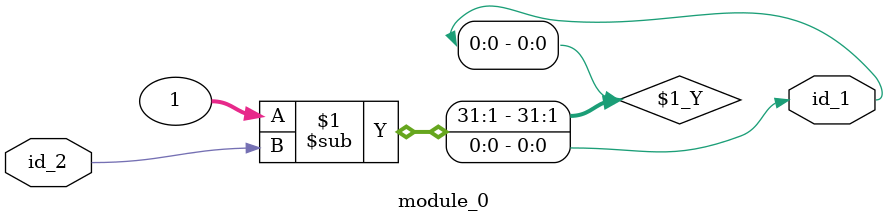
<source format=v>
module module_0 (
    id_1,
    id_2
);
  input id_2;
  output id_1;
  assign id_1 = 1 ? 1 - id_2 : id_2;
endmodule

</source>
